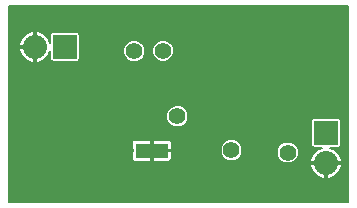
<source format=gbl>
G04 #@! TF.FileFunction,Copper,L2,Bot,Signal*
%FSLAX46Y46*%
G04 Gerber Fmt 4.6, Leading zero omitted, Abs format (unit mm)*
G04 Created by KiCad (PCBNEW (2015-01-29 BZR 5396)-product) date 8/16/2015 12:30:24 AM*
%MOMM*%
G01*
G04 APERTURE LIST*
%ADD10C,0.100000*%
%ADD11R,2.032000X2.032000*%
%ADD12O,2.032000X2.032000*%
%ADD13C,1.397000*%
%ADD14R,2.750000X1.200000*%
%ADD15C,0.500000*%
%ADD16C,0.685800*%
%ADD17C,0.152400*%
%ADD18C,0.609600*%
%ADD19C,0.152000*%
G04 APERTURE END LIST*
D10*
D11*
X152590000Y-108200000D03*
D12*
X150050000Y-108200000D03*
D13*
X158460000Y-108570000D03*
X166690000Y-116960000D03*
X160910000Y-108550000D03*
X162110000Y-114080000D03*
X171440000Y-117140000D03*
D11*
X174690000Y-115480000D03*
D12*
X174690000Y-118020000D03*
D14*
X159955000Y-116990000D03*
D15*
X158890000Y-116700000D03*
X158890000Y-117290000D03*
X159580000Y-116990000D03*
X160360000Y-116690000D03*
X160370000Y-117300000D03*
D16*
X152380000Y-119880000D03*
X159450000Y-120480000D03*
X159570000Y-114270000D03*
X150900000Y-105720000D03*
X154150000Y-105810000D03*
X170150000Y-111100000D03*
D17*
X152380000Y-119880000D02*
X152380000Y-119870000D01*
D18*
X150900000Y-105720000D02*
X150900000Y-105700000D01*
D19*
G36*
X159666267Y-117004142D02*
X159629409Y-117041000D01*
X159530591Y-117041000D01*
X159493733Y-117004142D01*
X159507875Y-116990000D01*
X159493733Y-116975858D01*
X159530591Y-116939000D01*
X159629409Y-116939000D01*
X159666267Y-116975858D01*
X159652125Y-116990000D01*
X159666267Y-117004142D01*
X159666267Y-117004142D01*
G37*
X159666267Y-117004142D02*
X159629409Y-117041000D01*
X159530591Y-117041000D01*
X159493733Y-117004142D01*
X159507875Y-116990000D01*
X159493733Y-116975858D01*
X159530591Y-116939000D01*
X159629409Y-116939000D01*
X159666267Y-116975858D01*
X159652125Y-116990000D01*
X159666267Y-117004142D01*
G36*
X176542000Y-121342000D02*
X176010495Y-121342000D01*
X176010495Y-118280782D01*
X176010495Y-117759218D01*
X176009781Y-117755598D01*
X175808136Y-117270666D01*
X175436265Y-116899814D01*
X175021975Y-116728875D01*
X175706000Y-116728875D01*
X175793088Y-116711977D01*
X175869631Y-116661697D01*
X175920867Y-116585792D01*
X175938875Y-116496000D01*
X175938875Y-114464000D01*
X175921977Y-114376912D01*
X175871697Y-114300369D01*
X175795792Y-114249133D01*
X175706000Y-114231125D01*
X173674000Y-114231125D01*
X173586912Y-114248023D01*
X173510369Y-114298303D01*
X173459133Y-114374208D01*
X173441125Y-114464000D01*
X173441125Y-116496000D01*
X173458023Y-116583088D01*
X173508303Y-116659631D01*
X173584208Y-116710867D01*
X173674000Y-116728875D01*
X174358024Y-116728875D01*
X173943735Y-116899814D01*
X173571864Y-117270666D01*
X173370219Y-117755598D01*
X173369505Y-117759218D01*
X173427530Y-117969000D01*
X174639000Y-117969000D01*
X174639000Y-117949000D01*
X174741000Y-117949000D01*
X174741000Y-117969000D01*
X175952470Y-117969000D01*
X176010495Y-117759218D01*
X176010495Y-118280782D01*
X175952470Y-118071000D01*
X174741000Y-118071000D01*
X174741000Y-119282538D01*
X174950782Y-119340500D01*
X175436265Y-119140186D01*
X175808136Y-118769334D01*
X176009781Y-118284402D01*
X176010495Y-118280782D01*
X176010495Y-121342000D01*
X174639000Y-121342000D01*
X174639000Y-119282538D01*
X174639000Y-118071000D01*
X173427530Y-118071000D01*
X173369505Y-118280782D01*
X173370219Y-118284402D01*
X173571864Y-118769334D01*
X173943735Y-119140186D01*
X174429218Y-119340500D01*
X174639000Y-119282538D01*
X174639000Y-121342000D01*
X172367060Y-121342000D01*
X172367060Y-116956437D01*
X172226246Y-116615639D01*
X171965732Y-116354671D01*
X171625181Y-116213261D01*
X171256437Y-116212940D01*
X170915639Y-116353754D01*
X170654671Y-116614268D01*
X170513261Y-116954819D01*
X170512940Y-117323563D01*
X170653754Y-117664361D01*
X170914268Y-117925329D01*
X171254819Y-118066739D01*
X171623563Y-118067060D01*
X171964361Y-117926246D01*
X172225329Y-117665732D01*
X172366739Y-117325181D01*
X172367060Y-116956437D01*
X172367060Y-121342000D01*
X167617060Y-121342000D01*
X167617060Y-116776437D01*
X167476246Y-116435639D01*
X167215732Y-116174671D01*
X166875181Y-116033261D01*
X166506437Y-116032940D01*
X166165639Y-116173754D01*
X165904671Y-116434268D01*
X165763261Y-116774819D01*
X165762940Y-117143563D01*
X165903754Y-117484361D01*
X166164268Y-117745329D01*
X166504819Y-117886739D01*
X166873563Y-117887060D01*
X167214361Y-117746246D01*
X167475329Y-117485732D01*
X167616739Y-117145181D01*
X167617060Y-116776437D01*
X167617060Y-121342000D01*
X163037060Y-121342000D01*
X163037060Y-113896437D01*
X162896246Y-113555639D01*
X162635732Y-113294671D01*
X162295181Y-113153261D01*
X161926437Y-113152940D01*
X161837060Y-113189869D01*
X161837060Y-108366437D01*
X161696246Y-108025639D01*
X161435732Y-107764671D01*
X161095181Y-107623261D01*
X160726437Y-107622940D01*
X160385639Y-107763754D01*
X160124671Y-108024268D01*
X159983261Y-108364819D01*
X159982940Y-108733563D01*
X160123754Y-109074361D01*
X160384268Y-109335329D01*
X160724819Y-109476739D01*
X161093563Y-109477060D01*
X161434361Y-109336246D01*
X161695329Y-109075732D01*
X161836739Y-108735181D01*
X161837060Y-108366437D01*
X161837060Y-113189869D01*
X161585639Y-113293754D01*
X161324671Y-113554268D01*
X161183261Y-113894819D01*
X161182940Y-114263563D01*
X161323754Y-114604361D01*
X161584268Y-114865329D01*
X161924819Y-115006739D01*
X162293563Y-115007060D01*
X162634361Y-114866246D01*
X162895329Y-114605732D01*
X163036739Y-114265181D01*
X163037060Y-113896437D01*
X163037060Y-121342000D01*
X161660000Y-121342000D01*
X161660000Y-117655641D01*
X161660000Y-117123500D01*
X161577500Y-117041000D01*
X160895687Y-117041000D01*
X160876617Y-116994960D01*
X160867157Y-116993539D01*
X160886795Y-116939000D01*
X161577500Y-116939000D01*
X161660000Y-116856500D01*
X161660000Y-116324359D01*
X161609761Y-116203070D01*
X161516930Y-116110240D01*
X161395641Y-116060000D01*
X161264359Y-116060000D01*
X160088500Y-116060000D01*
X160006000Y-116142500D01*
X160006000Y-116408125D01*
X159965929Y-116368054D01*
X159904000Y-116377356D01*
X159904000Y-116142500D01*
X159821500Y-116060000D01*
X159387060Y-116060000D01*
X159387060Y-108386437D01*
X159246246Y-108045639D01*
X158985732Y-107784671D01*
X158645181Y-107643261D01*
X158276437Y-107642940D01*
X157935639Y-107783754D01*
X157674671Y-108044268D01*
X157533261Y-108384819D01*
X157532940Y-108753563D01*
X157673754Y-109094361D01*
X157934268Y-109355329D01*
X158274819Y-109496739D01*
X158643563Y-109497060D01*
X158984361Y-109356246D01*
X159245329Y-109095732D01*
X159386739Y-108755181D01*
X159387060Y-108386437D01*
X159387060Y-116060000D01*
X158645641Y-116060000D01*
X158514359Y-116060000D01*
X158393070Y-116110240D01*
X158300239Y-116203070D01*
X158250000Y-116324359D01*
X158250000Y-116856500D01*
X158332500Y-116939000D01*
X158356027Y-116939000D01*
X158379515Y-116995702D01*
X158363204Y-117041000D01*
X158332500Y-117041000D01*
X158250000Y-117123500D01*
X158250000Y-117655641D01*
X158300239Y-117776930D01*
X158393070Y-117869760D01*
X158514359Y-117920000D01*
X158645641Y-117920000D01*
X159821500Y-117920000D01*
X159904000Y-117837500D01*
X159904000Y-117611141D01*
X159975929Y-117621946D01*
X160006000Y-117591875D01*
X160006000Y-117837500D01*
X160088500Y-117920000D01*
X161264359Y-117920000D01*
X161395641Y-117920000D01*
X161516930Y-117869760D01*
X161609761Y-117776930D01*
X161660000Y-117655641D01*
X161660000Y-121342000D01*
X153838875Y-121342000D01*
X153838875Y-109216000D01*
X153838875Y-107184000D01*
X153821977Y-107096912D01*
X153771697Y-107020369D01*
X153695792Y-106969133D01*
X153606000Y-106951125D01*
X151574000Y-106951125D01*
X151486912Y-106968023D01*
X151410369Y-107018303D01*
X151359133Y-107094208D01*
X151341125Y-107184000D01*
X151341125Y-107868024D01*
X151170186Y-107453735D01*
X150799334Y-107081864D01*
X150314402Y-106880219D01*
X150310782Y-106879505D01*
X150101000Y-106937530D01*
X150101000Y-108149000D01*
X150121000Y-108149000D01*
X150121000Y-108251000D01*
X150101000Y-108251000D01*
X150101000Y-109462470D01*
X150310782Y-109520495D01*
X150314402Y-109519781D01*
X150799334Y-109318136D01*
X151170186Y-108946265D01*
X151341125Y-108531975D01*
X151341125Y-109216000D01*
X151358023Y-109303088D01*
X151408303Y-109379631D01*
X151484208Y-109430867D01*
X151574000Y-109448875D01*
X153606000Y-109448875D01*
X153693088Y-109431977D01*
X153769631Y-109381697D01*
X153820867Y-109305792D01*
X153838875Y-109216000D01*
X153838875Y-121342000D01*
X149999000Y-121342000D01*
X149999000Y-109462470D01*
X149999000Y-108251000D01*
X149999000Y-108149000D01*
X149999000Y-106937530D01*
X149789218Y-106879505D01*
X149785598Y-106880219D01*
X149300666Y-107081864D01*
X148929814Y-107453735D01*
X148729500Y-107939218D01*
X148787462Y-108149000D01*
X149999000Y-108149000D01*
X149999000Y-108251000D01*
X148787462Y-108251000D01*
X148729500Y-108460782D01*
X148929814Y-108946265D01*
X149300666Y-109318136D01*
X149785598Y-109519781D01*
X149789218Y-109520495D01*
X149999000Y-109462470D01*
X149999000Y-121342000D01*
X147888000Y-121342000D01*
X147888000Y-104738000D01*
X176542000Y-104738000D01*
X176542000Y-121342000D01*
X176542000Y-121342000D01*
G37*
X176542000Y-121342000D02*
X176010495Y-121342000D01*
X176010495Y-118280782D01*
X176010495Y-117759218D01*
X176009781Y-117755598D01*
X175808136Y-117270666D01*
X175436265Y-116899814D01*
X175021975Y-116728875D01*
X175706000Y-116728875D01*
X175793088Y-116711977D01*
X175869631Y-116661697D01*
X175920867Y-116585792D01*
X175938875Y-116496000D01*
X175938875Y-114464000D01*
X175921977Y-114376912D01*
X175871697Y-114300369D01*
X175795792Y-114249133D01*
X175706000Y-114231125D01*
X173674000Y-114231125D01*
X173586912Y-114248023D01*
X173510369Y-114298303D01*
X173459133Y-114374208D01*
X173441125Y-114464000D01*
X173441125Y-116496000D01*
X173458023Y-116583088D01*
X173508303Y-116659631D01*
X173584208Y-116710867D01*
X173674000Y-116728875D01*
X174358024Y-116728875D01*
X173943735Y-116899814D01*
X173571864Y-117270666D01*
X173370219Y-117755598D01*
X173369505Y-117759218D01*
X173427530Y-117969000D01*
X174639000Y-117969000D01*
X174639000Y-117949000D01*
X174741000Y-117949000D01*
X174741000Y-117969000D01*
X175952470Y-117969000D01*
X176010495Y-117759218D01*
X176010495Y-118280782D01*
X175952470Y-118071000D01*
X174741000Y-118071000D01*
X174741000Y-119282538D01*
X174950782Y-119340500D01*
X175436265Y-119140186D01*
X175808136Y-118769334D01*
X176009781Y-118284402D01*
X176010495Y-118280782D01*
X176010495Y-121342000D01*
X174639000Y-121342000D01*
X174639000Y-119282538D01*
X174639000Y-118071000D01*
X173427530Y-118071000D01*
X173369505Y-118280782D01*
X173370219Y-118284402D01*
X173571864Y-118769334D01*
X173943735Y-119140186D01*
X174429218Y-119340500D01*
X174639000Y-119282538D01*
X174639000Y-121342000D01*
X172367060Y-121342000D01*
X172367060Y-116956437D01*
X172226246Y-116615639D01*
X171965732Y-116354671D01*
X171625181Y-116213261D01*
X171256437Y-116212940D01*
X170915639Y-116353754D01*
X170654671Y-116614268D01*
X170513261Y-116954819D01*
X170512940Y-117323563D01*
X170653754Y-117664361D01*
X170914268Y-117925329D01*
X171254819Y-118066739D01*
X171623563Y-118067060D01*
X171964361Y-117926246D01*
X172225329Y-117665732D01*
X172366739Y-117325181D01*
X172367060Y-116956437D01*
X172367060Y-121342000D01*
X167617060Y-121342000D01*
X167617060Y-116776437D01*
X167476246Y-116435639D01*
X167215732Y-116174671D01*
X166875181Y-116033261D01*
X166506437Y-116032940D01*
X166165639Y-116173754D01*
X165904671Y-116434268D01*
X165763261Y-116774819D01*
X165762940Y-117143563D01*
X165903754Y-117484361D01*
X166164268Y-117745329D01*
X166504819Y-117886739D01*
X166873563Y-117887060D01*
X167214361Y-117746246D01*
X167475329Y-117485732D01*
X167616739Y-117145181D01*
X167617060Y-116776437D01*
X167617060Y-121342000D01*
X163037060Y-121342000D01*
X163037060Y-113896437D01*
X162896246Y-113555639D01*
X162635732Y-113294671D01*
X162295181Y-113153261D01*
X161926437Y-113152940D01*
X161837060Y-113189869D01*
X161837060Y-108366437D01*
X161696246Y-108025639D01*
X161435732Y-107764671D01*
X161095181Y-107623261D01*
X160726437Y-107622940D01*
X160385639Y-107763754D01*
X160124671Y-108024268D01*
X159983261Y-108364819D01*
X159982940Y-108733563D01*
X160123754Y-109074361D01*
X160384268Y-109335329D01*
X160724819Y-109476739D01*
X161093563Y-109477060D01*
X161434361Y-109336246D01*
X161695329Y-109075732D01*
X161836739Y-108735181D01*
X161837060Y-108366437D01*
X161837060Y-113189869D01*
X161585639Y-113293754D01*
X161324671Y-113554268D01*
X161183261Y-113894819D01*
X161182940Y-114263563D01*
X161323754Y-114604361D01*
X161584268Y-114865329D01*
X161924819Y-115006739D01*
X162293563Y-115007060D01*
X162634361Y-114866246D01*
X162895329Y-114605732D01*
X163036739Y-114265181D01*
X163037060Y-113896437D01*
X163037060Y-121342000D01*
X161660000Y-121342000D01*
X161660000Y-117655641D01*
X161660000Y-117123500D01*
X161577500Y-117041000D01*
X160895687Y-117041000D01*
X160876617Y-116994960D01*
X160867157Y-116993539D01*
X160886795Y-116939000D01*
X161577500Y-116939000D01*
X161660000Y-116856500D01*
X161660000Y-116324359D01*
X161609761Y-116203070D01*
X161516930Y-116110240D01*
X161395641Y-116060000D01*
X161264359Y-116060000D01*
X160088500Y-116060000D01*
X160006000Y-116142500D01*
X160006000Y-116408125D01*
X159965929Y-116368054D01*
X159904000Y-116377356D01*
X159904000Y-116142500D01*
X159821500Y-116060000D01*
X159387060Y-116060000D01*
X159387060Y-108386437D01*
X159246246Y-108045639D01*
X158985732Y-107784671D01*
X158645181Y-107643261D01*
X158276437Y-107642940D01*
X157935639Y-107783754D01*
X157674671Y-108044268D01*
X157533261Y-108384819D01*
X157532940Y-108753563D01*
X157673754Y-109094361D01*
X157934268Y-109355329D01*
X158274819Y-109496739D01*
X158643563Y-109497060D01*
X158984361Y-109356246D01*
X159245329Y-109095732D01*
X159386739Y-108755181D01*
X159387060Y-108386437D01*
X159387060Y-116060000D01*
X158645641Y-116060000D01*
X158514359Y-116060000D01*
X158393070Y-116110240D01*
X158300239Y-116203070D01*
X158250000Y-116324359D01*
X158250000Y-116856500D01*
X158332500Y-116939000D01*
X158356027Y-116939000D01*
X158379515Y-116995702D01*
X158363204Y-117041000D01*
X158332500Y-117041000D01*
X158250000Y-117123500D01*
X158250000Y-117655641D01*
X158300239Y-117776930D01*
X158393070Y-117869760D01*
X158514359Y-117920000D01*
X158645641Y-117920000D01*
X159821500Y-117920000D01*
X159904000Y-117837500D01*
X159904000Y-117611141D01*
X159975929Y-117621946D01*
X160006000Y-117591875D01*
X160006000Y-117837500D01*
X160088500Y-117920000D01*
X161264359Y-117920000D01*
X161395641Y-117920000D01*
X161516930Y-117869760D01*
X161609761Y-117776930D01*
X161660000Y-117655641D01*
X161660000Y-121342000D01*
X153838875Y-121342000D01*
X153838875Y-109216000D01*
X153838875Y-107184000D01*
X153821977Y-107096912D01*
X153771697Y-107020369D01*
X153695792Y-106969133D01*
X153606000Y-106951125D01*
X151574000Y-106951125D01*
X151486912Y-106968023D01*
X151410369Y-107018303D01*
X151359133Y-107094208D01*
X151341125Y-107184000D01*
X151341125Y-107868024D01*
X151170186Y-107453735D01*
X150799334Y-107081864D01*
X150314402Y-106880219D01*
X150310782Y-106879505D01*
X150101000Y-106937530D01*
X150101000Y-108149000D01*
X150121000Y-108149000D01*
X150121000Y-108251000D01*
X150101000Y-108251000D01*
X150101000Y-109462470D01*
X150310782Y-109520495D01*
X150314402Y-109519781D01*
X150799334Y-109318136D01*
X151170186Y-108946265D01*
X151341125Y-108531975D01*
X151341125Y-109216000D01*
X151358023Y-109303088D01*
X151408303Y-109379631D01*
X151484208Y-109430867D01*
X151574000Y-109448875D01*
X153606000Y-109448875D01*
X153693088Y-109431977D01*
X153769631Y-109381697D01*
X153820867Y-109305792D01*
X153838875Y-109216000D01*
X153838875Y-121342000D01*
X149999000Y-121342000D01*
X149999000Y-109462470D01*
X149999000Y-108251000D01*
X149999000Y-108149000D01*
X149999000Y-106937530D01*
X149789218Y-106879505D01*
X149785598Y-106880219D01*
X149300666Y-107081864D01*
X148929814Y-107453735D01*
X148729500Y-107939218D01*
X148787462Y-108149000D01*
X149999000Y-108149000D01*
X149999000Y-108251000D01*
X148787462Y-108251000D01*
X148729500Y-108460782D01*
X148929814Y-108946265D01*
X149300666Y-109318136D01*
X149785598Y-109519781D01*
X149789218Y-109520495D01*
X149999000Y-109462470D01*
X149999000Y-121342000D01*
X147888000Y-121342000D01*
X147888000Y-104738000D01*
X176542000Y-104738000D01*
X176542000Y-121342000D01*
M02*

</source>
